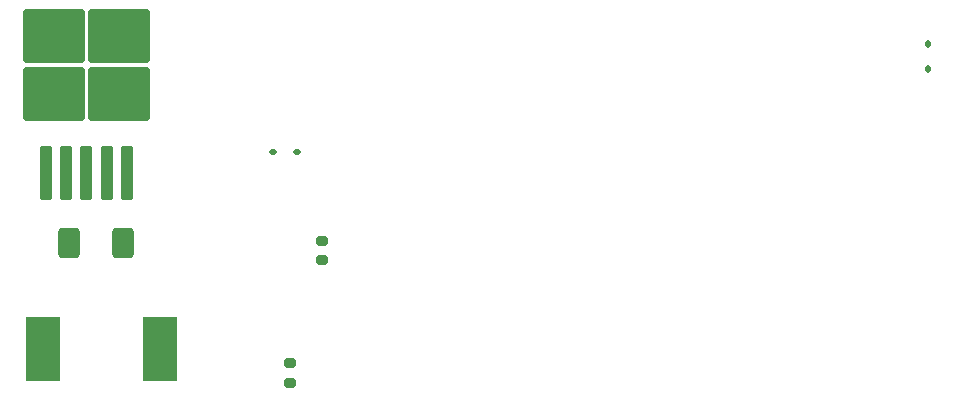
<source format=gbr>
%TF.GenerationSoftware,KiCad,Pcbnew,9.0.2*%
%TF.CreationDate,2025-05-21T14:28:12+05:30*%
%TF.ProjectId,esp32 master,65737033-3220-46d6-9173-7465722e6b69,rev?*%
%TF.SameCoordinates,Original*%
%TF.FileFunction,Paste,Top*%
%TF.FilePolarity,Positive*%
%FSLAX46Y46*%
G04 Gerber Fmt 4.6, Leading zero omitted, Abs format (unit mm)*
G04 Created by KiCad (PCBNEW 9.0.2) date 2025-05-21 14:28:12*
%MOMM*%
%LPD*%
G01*
G04 APERTURE LIST*
G04 Aperture macros list*
%AMRoundRect*
0 Rectangle with rounded corners*
0 $1 Rounding radius*
0 $2 $3 $4 $5 $6 $7 $8 $9 X,Y pos of 4 corners*
0 Add a 4 corners polygon primitive as box body*
4,1,4,$2,$3,$4,$5,$6,$7,$8,$9,$2,$3,0*
0 Add four circle primitives for the rounded corners*
1,1,$1+$1,$2,$3*
1,1,$1+$1,$4,$5*
1,1,$1+$1,$6,$7*
1,1,$1+$1,$8,$9*
0 Add four rect primitives between the rounded corners*
20,1,$1+$1,$2,$3,$4,$5,0*
20,1,$1+$1,$4,$5,$6,$7,0*
20,1,$1+$1,$6,$7,$8,$9,0*
20,1,$1+$1,$8,$9,$2,$3,0*%
G04 Aperture macros list end*
%ADD10RoundRect,0.200000X-0.275000X0.200000X-0.275000X-0.200000X0.275000X-0.200000X0.275000X0.200000X0*%
%ADD11RoundRect,0.250000X2.375000X-2.025000X2.375000X2.025000X-2.375000X2.025000X-2.375000X-2.025000X0*%
%ADD12RoundRect,0.250000X0.300000X-2.050000X0.300000X2.050000X-0.300000X2.050000X-0.300000X-2.050000X0*%
%ADD13RoundRect,0.250000X-0.650000X-1.020000X0.650000X-1.020000X0.650000X1.020000X-0.650000X1.020000X0*%
%ADD14R,2.900000X5.400000*%
%ADD15RoundRect,0.112500X-0.187500X-0.112500X0.187500X-0.112500X0.187500X0.112500X-0.187500X0.112500X0*%
%ADD16RoundRect,0.112500X-0.112500X0.187500X-0.112500X-0.187500X0.112500X-0.187500X0.112500X0.187500X0*%
%ADD17RoundRect,0.200000X0.275000X-0.200000X0.275000X0.200000X-0.275000X0.200000X-0.275000X-0.200000X0*%
G04 APERTURE END LIST*
D10*
%TO.C,R5*%
X96180000Y-97790000D03*
X96180000Y-99440000D03*
%TD*%
D11*
%TO.C,U1*%
X73450000Y-85350000D03*
X79000000Y-85350000D03*
X73450000Y-80500000D03*
X79000000Y-80500000D03*
D12*
X72825000Y-92075000D03*
X74525000Y-92075000D03*
X76225000Y-92075000D03*
X77925000Y-92075000D03*
X79625000Y-92075000D03*
%TD*%
D13*
%TO.C,D2*%
X74720000Y-98000000D03*
X79280000Y-98000000D03*
%TD*%
D14*
%TO.C,L1*%
X72550000Y-107000000D03*
X82450000Y-107000000D03*
%TD*%
D15*
%TO.C,D4*%
X91980000Y-90240000D03*
X94080000Y-90240000D03*
%TD*%
D16*
%TO.C,D5*%
X147440000Y-81142500D03*
X147440000Y-83242500D03*
%TD*%
D17*
%TO.C,R4*%
X93480000Y-109825000D03*
X93480000Y-108175000D03*
%TD*%
M02*

</source>
